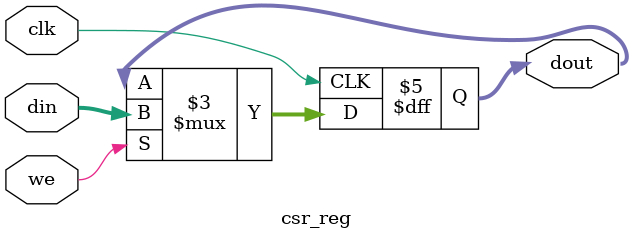
<source format=v>
module csr_reg (
    input clk,
    input we,
    input [31:0] din,

    output reg [31:0] dout
);

    always @(posedge clk) begin
        if (we) begin
            dout <= din;
        end
        else begin
            dout <= dout;
        end
    end

endmodule
</source>
